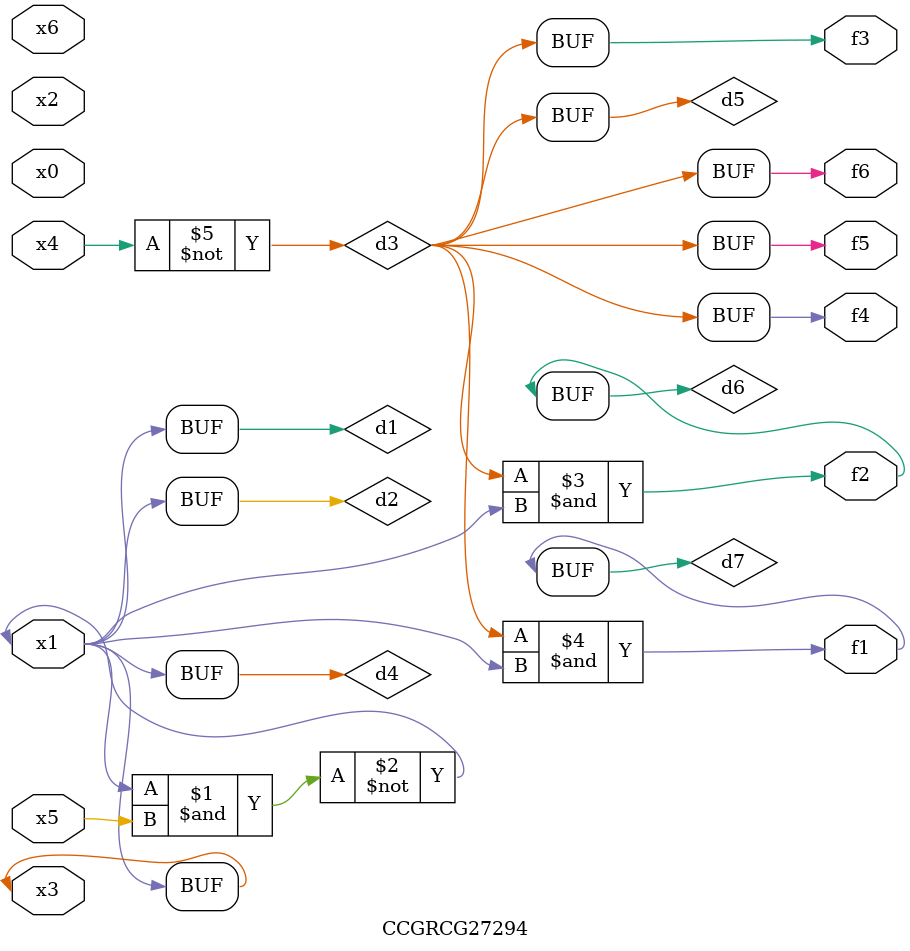
<source format=v>
module CCGRCG27294(
	input x0, x1, x2, x3, x4, x5, x6,
	output f1, f2, f3, f4, f5, f6
);

	wire d1, d2, d3, d4, d5, d6, d7;

	buf (d1, x1, x3);
	nand (d2, x1, x5);
	not (d3, x4);
	buf (d4, d1, d2);
	buf (d5, d3);
	and (d6, d3, d4);
	and (d7, d3, d4);
	assign f1 = d7;
	assign f2 = d6;
	assign f3 = d5;
	assign f4 = d5;
	assign f5 = d5;
	assign f6 = d5;
endmodule

</source>
